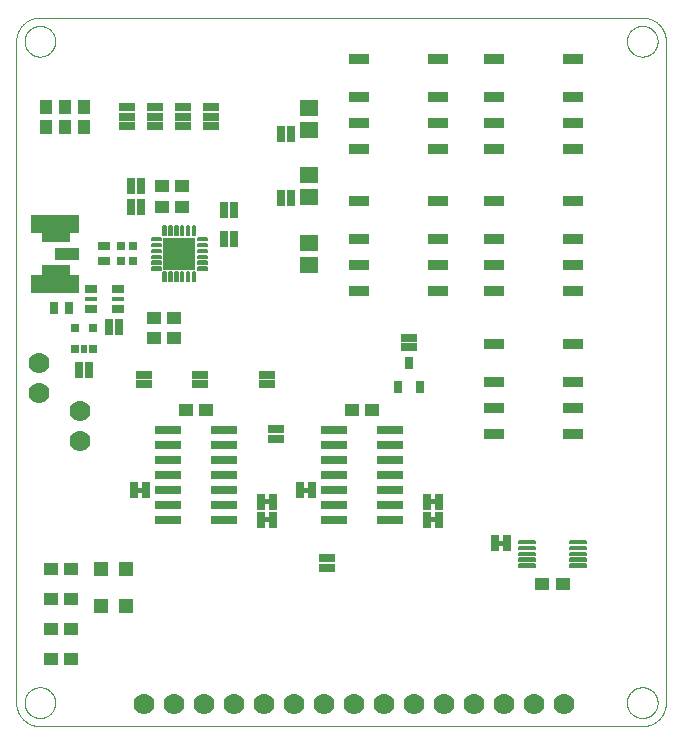
<source format=gts>
G75*
%MOIN*%
%OFA0B0*%
%FSLAX25Y25*%
%IPPOS*%
%LPD*%
%AMOC8*
5,1,8,0,0,1.08239X$1,22.5*
%
%ADD10C,0.00001*%
%ADD11R,0.04731X0.04337*%
%ADD12R,0.03943X0.03156*%
%ADD13C,0.00655*%
%ADD14R,0.10636X0.10636*%
%ADD15R,0.05400X0.02900*%
%ADD16R,0.02900X0.05400*%
%ADD17R,0.02762X0.02762*%
%ADD18R,0.16400X0.06400*%
%ADD19R,0.08400X0.04400*%
%ADD20R,0.09200X0.03600*%
%ADD21R,0.07100X0.03400*%
%ADD22R,0.06306X0.05518*%
%ADD23C,0.00676*%
%ADD24R,0.09000X0.02600*%
%ADD25C,0.00500*%
%ADD26R,0.04337X0.04731*%
%ADD27C,0.07000*%
%ADD28R,0.05124X0.05124*%
%ADD29R,0.04337X0.01581*%
%ADD30R,0.04337X0.02762*%
%ADD31R,0.01975X0.02762*%
%ADD32R,0.03156X0.03943*%
%ADD33R,0.02900X0.04400*%
D10*
X0105675Y0063549D02*
X0105675Y0284021D01*
X0108431Y0284021D02*
X0108433Y0284164D01*
X0108439Y0284307D01*
X0108449Y0284449D01*
X0108463Y0284591D01*
X0108481Y0284733D01*
X0108503Y0284875D01*
X0108528Y0285015D01*
X0108558Y0285155D01*
X0108592Y0285294D01*
X0108629Y0285432D01*
X0108671Y0285569D01*
X0108716Y0285704D01*
X0108765Y0285838D01*
X0108817Y0285971D01*
X0108873Y0286103D01*
X0108933Y0286232D01*
X0108997Y0286360D01*
X0109064Y0286487D01*
X0109135Y0286611D01*
X0109209Y0286733D01*
X0109286Y0286853D01*
X0109367Y0286971D01*
X0109451Y0287087D01*
X0109538Y0287200D01*
X0109628Y0287311D01*
X0109722Y0287419D01*
X0109818Y0287525D01*
X0109917Y0287627D01*
X0110020Y0287727D01*
X0110124Y0287824D01*
X0110232Y0287919D01*
X0110342Y0288010D01*
X0110455Y0288098D01*
X0110570Y0288182D01*
X0110687Y0288264D01*
X0110807Y0288342D01*
X0110928Y0288417D01*
X0111052Y0288489D01*
X0111178Y0288557D01*
X0111305Y0288621D01*
X0111435Y0288682D01*
X0111566Y0288739D01*
X0111698Y0288793D01*
X0111832Y0288842D01*
X0111967Y0288889D01*
X0112104Y0288931D01*
X0112242Y0288969D01*
X0112380Y0289004D01*
X0112520Y0289034D01*
X0112660Y0289061D01*
X0112801Y0289084D01*
X0112943Y0289103D01*
X0113085Y0289118D01*
X0113228Y0289129D01*
X0113370Y0289136D01*
X0113513Y0289139D01*
X0113656Y0289138D01*
X0113799Y0289133D01*
X0113942Y0289124D01*
X0114084Y0289111D01*
X0114226Y0289094D01*
X0114367Y0289073D01*
X0114508Y0289048D01*
X0114648Y0289020D01*
X0114787Y0288987D01*
X0114925Y0288950D01*
X0115062Y0288910D01*
X0115198Y0288866D01*
X0115333Y0288818D01*
X0115466Y0288766D01*
X0115598Y0288711D01*
X0115728Y0288652D01*
X0115857Y0288589D01*
X0115983Y0288523D01*
X0116108Y0288453D01*
X0116231Y0288380D01*
X0116351Y0288304D01*
X0116470Y0288224D01*
X0116586Y0288140D01*
X0116700Y0288054D01*
X0116811Y0287964D01*
X0116920Y0287872D01*
X0117026Y0287776D01*
X0117130Y0287678D01*
X0117231Y0287576D01*
X0117328Y0287472D01*
X0117423Y0287365D01*
X0117515Y0287256D01*
X0117604Y0287144D01*
X0117690Y0287029D01*
X0117772Y0286913D01*
X0117851Y0286793D01*
X0117927Y0286672D01*
X0117999Y0286549D01*
X0118068Y0286424D01*
X0118133Y0286297D01*
X0118195Y0286168D01*
X0118253Y0286037D01*
X0118308Y0285905D01*
X0118358Y0285771D01*
X0118405Y0285636D01*
X0118449Y0285500D01*
X0118488Y0285363D01*
X0118523Y0285224D01*
X0118555Y0285085D01*
X0118583Y0284945D01*
X0118607Y0284804D01*
X0118627Y0284662D01*
X0118643Y0284520D01*
X0118655Y0284378D01*
X0118663Y0284235D01*
X0118667Y0284092D01*
X0118667Y0283950D01*
X0118663Y0283807D01*
X0118655Y0283664D01*
X0118643Y0283522D01*
X0118627Y0283380D01*
X0118607Y0283238D01*
X0118583Y0283097D01*
X0118555Y0282957D01*
X0118523Y0282818D01*
X0118488Y0282679D01*
X0118449Y0282542D01*
X0118405Y0282406D01*
X0118358Y0282271D01*
X0118308Y0282137D01*
X0118253Y0282005D01*
X0118195Y0281874D01*
X0118133Y0281745D01*
X0118068Y0281618D01*
X0117999Y0281493D01*
X0117927Y0281370D01*
X0117851Y0281249D01*
X0117772Y0281129D01*
X0117690Y0281013D01*
X0117604Y0280898D01*
X0117515Y0280786D01*
X0117423Y0280677D01*
X0117328Y0280570D01*
X0117231Y0280466D01*
X0117130Y0280364D01*
X0117026Y0280266D01*
X0116920Y0280170D01*
X0116811Y0280078D01*
X0116700Y0279988D01*
X0116586Y0279902D01*
X0116470Y0279818D01*
X0116351Y0279738D01*
X0116231Y0279662D01*
X0116108Y0279589D01*
X0115983Y0279519D01*
X0115857Y0279453D01*
X0115728Y0279390D01*
X0115598Y0279331D01*
X0115466Y0279276D01*
X0115333Y0279224D01*
X0115198Y0279176D01*
X0115062Y0279132D01*
X0114925Y0279092D01*
X0114787Y0279055D01*
X0114648Y0279022D01*
X0114508Y0278994D01*
X0114367Y0278969D01*
X0114226Y0278948D01*
X0114084Y0278931D01*
X0113942Y0278918D01*
X0113799Y0278909D01*
X0113656Y0278904D01*
X0113513Y0278903D01*
X0113370Y0278906D01*
X0113228Y0278913D01*
X0113085Y0278924D01*
X0112943Y0278939D01*
X0112801Y0278958D01*
X0112660Y0278981D01*
X0112520Y0279008D01*
X0112380Y0279038D01*
X0112242Y0279073D01*
X0112104Y0279111D01*
X0111967Y0279153D01*
X0111832Y0279200D01*
X0111698Y0279249D01*
X0111566Y0279303D01*
X0111435Y0279360D01*
X0111305Y0279421D01*
X0111178Y0279485D01*
X0111052Y0279553D01*
X0110928Y0279625D01*
X0110807Y0279700D01*
X0110687Y0279778D01*
X0110570Y0279860D01*
X0110455Y0279944D01*
X0110342Y0280032D01*
X0110232Y0280123D01*
X0110124Y0280218D01*
X0110020Y0280315D01*
X0109917Y0280415D01*
X0109818Y0280517D01*
X0109722Y0280623D01*
X0109628Y0280731D01*
X0109538Y0280842D01*
X0109451Y0280955D01*
X0109367Y0281071D01*
X0109286Y0281189D01*
X0109209Y0281309D01*
X0109135Y0281431D01*
X0109064Y0281555D01*
X0108997Y0281682D01*
X0108933Y0281810D01*
X0108873Y0281939D01*
X0108817Y0282071D01*
X0108765Y0282204D01*
X0108716Y0282338D01*
X0108671Y0282473D01*
X0108629Y0282610D01*
X0108592Y0282748D01*
X0108558Y0282887D01*
X0108528Y0283027D01*
X0108503Y0283167D01*
X0108481Y0283309D01*
X0108463Y0283451D01*
X0108449Y0283593D01*
X0108439Y0283735D01*
X0108433Y0283878D01*
X0108431Y0284021D01*
X0105675Y0284021D02*
X0105677Y0284211D01*
X0105684Y0284401D01*
X0105696Y0284591D01*
X0105712Y0284781D01*
X0105732Y0284970D01*
X0105758Y0285159D01*
X0105787Y0285347D01*
X0105822Y0285534D01*
X0105861Y0285720D01*
X0105904Y0285905D01*
X0105952Y0286090D01*
X0106004Y0286273D01*
X0106060Y0286454D01*
X0106121Y0286634D01*
X0106187Y0286813D01*
X0106256Y0286990D01*
X0106330Y0287166D01*
X0106408Y0287339D01*
X0106491Y0287511D01*
X0106577Y0287680D01*
X0106667Y0287848D01*
X0106762Y0288013D01*
X0106860Y0288176D01*
X0106963Y0288336D01*
X0107069Y0288494D01*
X0107179Y0288649D01*
X0107292Y0288802D01*
X0107410Y0288952D01*
X0107531Y0289098D01*
X0107655Y0289242D01*
X0107783Y0289383D01*
X0107914Y0289521D01*
X0108049Y0289656D01*
X0108187Y0289787D01*
X0108328Y0289915D01*
X0108472Y0290039D01*
X0108618Y0290160D01*
X0108768Y0290278D01*
X0108921Y0290391D01*
X0109076Y0290501D01*
X0109234Y0290607D01*
X0109394Y0290710D01*
X0109557Y0290808D01*
X0109722Y0290903D01*
X0109890Y0290993D01*
X0110059Y0291079D01*
X0110231Y0291162D01*
X0110404Y0291240D01*
X0110580Y0291314D01*
X0110757Y0291383D01*
X0110936Y0291449D01*
X0111116Y0291510D01*
X0111297Y0291566D01*
X0111480Y0291618D01*
X0111665Y0291666D01*
X0111850Y0291709D01*
X0112036Y0291748D01*
X0112223Y0291783D01*
X0112411Y0291812D01*
X0112600Y0291838D01*
X0112789Y0291858D01*
X0112979Y0291874D01*
X0113169Y0291886D01*
X0113359Y0291893D01*
X0113549Y0291895D01*
X0314336Y0291895D01*
X0309218Y0284021D02*
X0309220Y0284164D01*
X0309226Y0284307D01*
X0309236Y0284449D01*
X0309250Y0284591D01*
X0309268Y0284733D01*
X0309290Y0284875D01*
X0309315Y0285015D01*
X0309345Y0285155D01*
X0309379Y0285294D01*
X0309416Y0285432D01*
X0309458Y0285569D01*
X0309503Y0285704D01*
X0309552Y0285838D01*
X0309604Y0285971D01*
X0309660Y0286103D01*
X0309720Y0286232D01*
X0309784Y0286360D01*
X0309851Y0286487D01*
X0309922Y0286611D01*
X0309996Y0286733D01*
X0310073Y0286853D01*
X0310154Y0286971D01*
X0310238Y0287087D01*
X0310325Y0287200D01*
X0310415Y0287311D01*
X0310509Y0287419D01*
X0310605Y0287525D01*
X0310704Y0287627D01*
X0310807Y0287727D01*
X0310911Y0287824D01*
X0311019Y0287919D01*
X0311129Y0288010D01*
X0311242Y0288098D01*
X0311357Y0288182D01*
X0311474Y0288264D01*
X0311594Y0288342D01*
X0311715Y0288417D01*
X0311839Y0288489D01*
X0311965Y0288557D01*
X0312092Y0288621D01*
X0312222Y0288682D01*
X0312353Y0288739D01*
X0312485Y0288793D01*
X0312619Y0288842D01*
X0312754Y0288889D01*
X0312891Y0288931D01*
X0313029Y0288969D01*
X0313167Y0289004D01*
X0313307Y0289034D01*
X0313447Y0289061D01*
X0313588Y0289084D01*
X0313730Y0289103D01*
X0313872Y0289118D01*
X0314015Y0289129D01*
X0314157Y0289136D01*
X0314300Y0289139D01*
X0314443Y0289138D01*
X0314586Y0289133D01*
X0314729Y0289124D01*
X0314871Y0289111D01*
X0315013Y0289094D01*
X0315154Y0289073D01*
X0315295Y0289048D01*
X0315435Y0289020D01*
X0315574Y0288987D01*
X0315712Y0288950D01*
X0315849Y0288910D01*
X0315985Y0288866D01*
X0316120Y0288818D01*
X0316253Y0288766D01*
X0316385Y0288711D01*
X0316515Y0288652D01*
X0316644Y0288589D01*
X0316770Y0288523D01*
X0316895Y0288453D01*
X0317018Y0288380D01*
X0317138Y0288304D01*
X0317257Y0288224D01*
X0317373Y0288140D01*
X0317487Y0288054D01*
X0317598Y0287964D01*
X0317707Y0287872D01*
X0317813Y0287776D01*
X0317917Y0287678D01*
X0318018Y0287576D01*
X0318115Y0287472D01*
X0318210Y0287365D01*
X0318302Y0287256D01*
X0318391Y0287144D01*
X0318477Y0287029D01*
X0318559Y0286913D01*
X0318638Y0286793D01*
X0318714Y0286672D01*
X0318786Y0286549D01*
X0318855Y0286424D01*
X0318920Y0286297D01*
X0318982Y0286168D01*
X0319040Y0286037D01*
X0319095Y0285905D01*
X0319145Y0285771D01*
X0319192Y0285636D01*
X0319236Y0285500D01*
X0319275Y0285363D01*
X0319310Y0285224D01*
X0319342Y0285085D01*
X0319370Y0284945D01*
X0319394Y0284804D01*
X0319414Y0284662D01*
X0319430Y0284520D01*
X0319442Y0284378D01*
X0319450Y0284235D01*
X0319454Y0284092D01*
X0319454Y0283950D01*
X0319450Y0283807D01*
X0319442Y0283664D01*
X0319430Y0283522D01*
X0319414Y0283380D01*
X0319394Y0283238D01*
X0319370Y0283097D01*
X0319342Y0282957D01*
X0319310Y0282818D01*
X0319275Y0282679D01*
X0319236Y0282542D01*
X0319192Y0282406D01*
X0319145Y0282271D01*
X0319095Y0282137D01*
X0319040Y0282005D01*
X0318982Y0281874D01*
X0318920Y0281745D01*
X0318855Y0281618D01*
X0318786Y0281493D01*
X0318714Y0281370D01*
X0318638Y0281249D01*
X0318559Y0281129D01*
X0318477Y0281013D01*
X0318391Y0280898D01*
X0318302Y0280786D01*
X0318210Y0280677D01*
X0318115Y0280570D01*
X0318018Y0280466D01*
X0317917Y0280364D01*
X0317813Y0280266D01*
X0317707Y0280170D01*
X0317598Y0280078D01*
X0317487Y0279988D01*
X0317373Y0279902D01*
X0317257Y0279818D01*
X0317138Y0279738D01*
X0317018Y0279662D01*
X0316895Y0279589D01*
X0316770Y0279519D01*
X0316644Y0279453D01*
X0316515Y0279390D01*
X0316385Y0279331D01*
X0316253Y0279276D01*
X0316120Y0279224D01*
X0315985Y0279176D01*
X0315849Y0279132D01*
X0315712Y0279092D01*
X0315574Y0279055D01*
X0315435Y0279022D01*
X0315295Y0278994D01*
X0315154Y0278969D01*
X0315013Y0278948D01*
X0314871Y0278931D01*
X0314729Y0278918D01*
X0314586Y0278909D01*
X0314443Y0278904D01*
X0314300Y0278903D01*
X0314157Y0278906D01*
X0314015Y0278913D01*
X0313872Y0278924D01*
X0313730Y0278939D01*
X0313588Y0278958D01*
X0313447Y0278981D01*
X0313307Y0279008D01*
X0313167Y0279038D01*
X0313029Y0279073D01*
X0312891Y0279111D01*
X0312754Y0279153D01*
X0312619Y0279200D01*
X0312485Y0279249D01*
X0312353Y0279303D01*
X0312222Y0279360D01*
X0312092Y0279421D01*
X0311965Y0279485D01*
X0311839Y0279553D01*
X0311715Y0279625D01*
X0311594Y0279700D01*
X0311474Y0279778D01*
X0311357Y0279860D01*
X0311242Y0279944D01*
X0311129Y0280032D01*
X0311019Y0280123D01*
X0310911Y0280218D01*
X0310807Y0280315D01*
X0310704Y0280415D01*
X0310605Y0280517D01*
X0310509Y0280623D01*
X0310415Y0280731D01*
X0310325Y0280842D01*
X0310238Y0280955D01*
X0310154Y0281071D01*
X0310073Y0281189D01*
X0309996Y0281309D01*
X0309922Y0281431D01*
X0309851Y0281555D01*
X0309784Y0281682D01*
X0309720Y0281810D01*
X0309660Y0281939D01*
X0309604Y0282071D01*
X0309552Y0282204D01*
X0309503Y0282338D01*
X0309458Y0282473D01*
X0309416Y0282610D01*
X0309379Y0282748D01*
X0309345Y0282887D01*
X0309315Y0283027D01*
X0309290Y0283167D01*
X0309268Y0283309D01*
X0309250Y0283451D01*
X0309236Y0283593D01*
X0309226Y0283735D01*
X0309220Y0283878D01*
X0309218Y0284021D01*
X0314336Y0291895D02*
X0314526Y0291893D01*
X0314716Y0291886D01*
X0314906Y0291874D01*
X0315096Y0291858D01*
X0315285Y0291838D01*
X0315474Y0291812D01*
X0315662Y0291783D01*
X0315849Y0291748D01*
X0316035Y0291709D01*
X0316220Y0291666D01*
X0316405Y0291618D01*
X0316588Y0291566D01*
X0316769Y0291510D01*
X0316949Y0291449D01*
X0317128Y0291383D01*
X0317305Y0291314D01*
X0317481Y0291240D01*
X0317654Y0291162D01*
X0317826Y0291079D01*
X0317995Y0290993D01*
X0318163Y0290903D01*
X0318328Y0290808D01*
X0318491Y0290710D01*
X0318651Y0290607D01*
X0318809Y0290501D01*
X0318964Y0290391D01*
X0319117Y0290278D01*
X0319267Y0290160D01*
X0319413Y0290039D01*
X0319557Y0289915D01*
X0319698Y0289787D01*
X0319836Y0289656D01*
X0319971Y0289521D01*
X0320102Y0289383D01*
X0320230Y0289242D01*
X0320354Y0289098D01*
X0320475Y0288952D01*
X0320593Y0288802D01*
X0320706Y0288649D01*
X0320816Y0288494D01*
X0320922Y0288336D01*
X0321025Y0288176D01*
X0321123Y0288013D01*
X0321218Y0287848D01*
X0321308Y0287680D01*
X0321394Y0287511D01*
X0321477Y0287339D01*
X0321555Y0287166D01*
X0321629Y0286990D01*
X0321698Y0286813D01*
X0321764Y0286634D01*
X0321825Y0286454D01*
X0321881Y0286273D01*
X0321933Y0286090D01*
X0321981Y0285905D01*
X0322024Y0285720D01*
X0322063Y0285534D01*
X0322098Y0285347D01*
X0322127Y0285159D01*
X0322153Y0284970D01*
X0322173Y0284781D01*
X0322189Y0284591D01*
X0322201Y0284401D01*
X0322208Y0284211D01*
X0322210Y0284021D01*
X0322210Y0063549D01*
X0309218Y0063549D02*
X0309220Y0063692D01*
X0309226Y0063835D01*
X0309236Y0063977D01*
X0309250Y0064119D01*
X0309268Y0064261D01*
X0309290Y0064403D01*
X0309315Y0064543D01*
X0309345Y0064683D01*
X0309379Y0064822D01*
X0309416Y0064960D01*
X0309458Y0065097D01*
X0309503Y0065232D01*
X0309552Y0065366D01*
X0309604Y0065499D01*
X0309660Y0065631D01*
X0309720Y0065760D01*
X0309784Y0065888D01*
X0309851Y0066015D01*
X0309922Y0066139D01*
X0309996Y0066261D01*
X0310073Y0066381D01*
X0310154Y0066499D01*
X0310238Y0066615D01*
X0310325Y0066728D01*
X0310415Y0066839D01*
X0310509Y0066947D01*
X0310605Y0067053D01*
X0310704Y0067155D01*
X0310807Y0067255D01*
X0310911Y0067352D01*
X0311019Y0067447D01*
X0311129Y0067538D01*
X0311242Y0067626D01*
X0311357Y0067710D01*
X0311474Y0067792D01*
X0311594Y0067870D01*
X0311715Y0067945D01*
X0311839Y0068017D01*
X0311965Y0068085D01*
X0312092Y0068149D01*
X0312222Y0068210D01*
X0312353Y0068267D01*
X0312485Y0068321D01*
X0312619Y0068370D01*
X0312754Y0068417D01*
X0312891Y0068459D01*
X0313029Y0068497D01*
X0313167Y0068532D01*
X0313307Y0068562D01*
X0313447Y0068589D01*
X0313588Y0068612D01*
X0313730Y0068631D01*
X0313872Y0068646D01*
X0314015Y0068657D01*
X0314157Y0068664D01*
X0314300Y0068667D01*
X0314443Y0068666D01*
X0314586Y0068661D01*
X0314729Y0068652D01*
X0314871Y0068639D01*
X0315013Y0068622D01*
X0315154Y0068601D01*
X0315295Y0068576D01*
X0315435Y0068548D01*
X0315574Y0068515D01*
X0315712Y0068478D01*
X0315849Y0068438D01*
X0315985Y0068394D01*
X0316120Y0068346D01*
X0316253Y0068294D01*
X0316385Y0068239D01*
X0316515Y0068180D01*
X0316644Y0068117D01*
X0316770Y0068051D01*
X0316895Y0067981D01*
X0317018Y0067908D01*
X0317138Y0067832D01*
X0317257Y0067752D01*
X0317373Y0067668D01*
X0317487Y0067582D01*
X0317598Y0067492D01*
X0317707Y0067400D01*
X0317813Y0067304D01*
X0317917Y0067206D01*
X0318018Y0067104D01*
X0318115Y0067000D01*
X0318210Y0066893D01*
X0318302Y0066784D01*
X0318391Y0066672D01*
X0318477Y0066557D01*
X0318559Y0066441D01*
X0318638Y0066321D01*
X0318714Y0066200D01*
X0318786Y0066077D01*
X0318855Y0065952D01*
X0318920Y0065825D01*
X0318982Y0065696D01*
X0319040Y0065565D01*
X0319095Y0065433D01*
X0319145Y0065299D01*
X0319192Y0065164D01*
X0319236Y0065028D01*
X0319275Y0064891D01*
X0319310Y0064752D01*
X0319342Y0064613D01*
X0319370Y0064473D01*
X0319394Y0064332D01*
X0319414Y0064190D01*
X0319430Y0064048D01*
X0319442Y0063906D01*
X0319450Y0063763D01*
X0319454Y0063620D01*
X0319454Y0063478D01*
X0319450Y0063335D01*
X0319442Y0063192D01*
X0319430Y0063050D01*
X0319414Y0062908D01*
X0319394Y0062766D01*
X0319370Y0062625D01*
X0319342Y0062485D01*
X0319310Y0062346D01*
X0319275Y0062207D01*
X0319236Y0062070D01*
X0319192Y0061934D01*
X0319145Y0061799D01*
X0319095Y0061665D01*
X0319040Y0061533D01*
X0318982Y0061402D01*
X0318920Y0061273D01*
X0318855Y0061146D01*
X0318786Y0061021D01*
X0318714Y0060898D01*
X0318638Y0060777D01*
X0318559Y0060657D01*
X0318477Y0060541D01*
X0318391Y0060426D01*
X0318302Y0060314D01*
X0318210Y0060205D01*
X0318115Y0060098D01*
X0318018Y0059994D01*
X0317917Y0059892D01*
X0317813Y0059794D01*
X0317707Y0059698D01*
X0317598Y0059606D01*
X0317487Y0059516D01*
X0317373Y0059430D01*
X0317257Y0059346D01*
X0317138Y0059266D01*
X0317018Y0059190D01*
X0316895Y0059117D01*
X0316770Y0059047D01*
X0316644Y0058981D01*
X0316515Y0058918D01*
X0316385Y0058859D01*
X0316253Y0058804D01*
X0316120Y0058752D01*
X0315985Y0058704D01*
X0315849Y0058660D01*
X0315712Y0058620D01*
X0315574Y0058583D01*
X0315435Y0058550D01*
X0315295Y0058522D01*
X0315154Y0058497D01*
X0315013Y0058476D01*
X0314871Y0058459D01*
X0314729Y0058446D01*
X0314586Y0058437D01*
X0314443Y0058432D01*
X0314300Y0058431D01*
X0314157Y0058434D01*
X0314015Y0058441D01*
X0313872Y0058452D01*
X0313730Y0058467D01*
X0313588Y0058486D01*
X0313447Y0058509D01*
X0313307Y0058536D01*
X0313167Y0058566D01*
X0313029Y0058601D01*
X0312891Y0058639D01*
X0312754Y0058681D01*
X0312619Y0058728D01*
X0312485Y0058777D01*
X0312353Y0058831D01*
X0312222Y0058888D01*
X0312092Y0058949D01*
X0311965Y0059013D01*
X0311839Y0059081D01*
X0311715Y0059153D01*
X0311594Y0059228D01*
X0311474Y0059306D01*
X0311357Y0059388D01*
X0311242Y0059472D01*
X0311129Y0059560D01*
X0311019Y0059651D01*
X0310911Y0059746D01*
X0310807Y0059843D01*
X0310704Y0059943D01*
X0310605Y0060045D01*
X0310509Y0060151D01*
X0310415Y0060259D01*
X0310325Y0060370D01*
X0310238Y0060483D01*
X0310154Y0060599D01*
X0310073Y0060717D01*
X0309996Y0060837D01*
X0309922Y0060959D01*
X0309851Y0061083D01*
X0309784Y0061210D01*
X0309720Y0061338D01*
X0309660Y0061467D01*
X0309604Y0061599D01*
X0309552Y0061732D01*
X0309503Y0061866D01*
X0309458Y0062001D01*
X0309416Y0062138D01*
X0309379Y0062276D01*
X0309345Y0062415D01*
X0309315Y0062555D01*
X0309290Y0062695D01*
X0309268Y0062837D01*
X0309250Y0062979D01*
X0309236Y0063121D01*
X0309226Y0063263D01*
X0309220Y0063406D01*
X0309218Y0063549D01*
X0314336Y0055675D02*
X0314526Y0055677D01*
X0314716Y0055684D01*
X0314906Y0055696D01*
X0315096Y0055712D01*
X0315285Y0055732D01*
X0315474Y0055758D01*
X0315662Y0055787D01*
X0315849Y0055822D01*
X0316035Y0055861D01*
X0316220Y0055904D01*
X0316405Y0055952D01*
X0316588Y0056004D01*
X0316769Y0056060D01*
X0316949Y0056121D01*
X0317128Y0056187D01*
X0317305Y0056256D01*
X0317481Y0056330D01*
X0317654Y0056408D01*
X0317826Y0056491D01*
X0317995Y0056577D01*
X0318163Y0056667D01*
X0318328Y0056762D01*
X0318491Y0056860D01*
X0318651Y0056963D01*
X0318809Y0057069D01*
X0318964Y0057179D01*
X0319117Y0057292D01*
X0319267Y0057410D01*
X0319413Y0057531D01*
X0319557Y0057655D01*
X0319698Y0057783D01*
X0319836Y0057914D01*
X0319971Y0058049D01*
X0320102Y0058187D01*
X0320230Y0058328D01*
X0320354Y0058472D01*
X0320475Y0058618D01*
X0320593Y0058768D01*
X0320706Y0058921D01*
X0320816Y0059076D01*
X0320922Y0059234D01*
X0321025Y0059394D01*
X0321123Y0059557D01*
X0321218Y0059722D01*
X0321308Y0059890D01*
X0321394Y0060059D01*
X0321477Y0060231D01*
X0321555Y0060404D01*
X0321629Y0060580D01*
X0321698Y0060757D01*
X0321764Y0060936D01*
X0321825Y0061116D01*
X0321881Y0061297D01*
X0321933Y0061480D01*
X0321981Y0061665D01*
X0322024Y0061850D01*
X0322063Y0062036D01*
X0322098Y0062223D01*
X0322127Y0062411D01*
X0322153Y0062600D01*
X0322173Y0062789D01*
X0322189Y0062979D01*
X0322201Y0063169D01*
X0322208Y0063359D01*
X0322210Y0063549D01*
X0314336Y0055675D02*
X0113549Y0055675D01*
X0108431Y0063549D02*
X0108433Y0063692D01*
X0108439Y0063835D01*
X0108449Y0063977D01*
X0108463Y0064119D01*
X0108481Y0064261D01*
X0108503Y0064403D01*
X0108528Y0064543D01*
X0108558Y0064683D01*
X0108592Y0064822D01*
X0108629Y0064960D01*
X0108671Y0065097D01*
X0108716Y0065232D01*
X0108765Y0065366D01*
X0108817Y0065499D01*
X0108873Y0065631D01*
X0108933Y0065760D01*
X0108997Y0065888D01*
X0109064Y0066015D01*
X0109135Y0066139D01*
X0109209Y0066261D01*
X0109286Y0066381D01*
X0109367Y0066499D01*
X0109451Y0066615D01*
X0109538Y0066728D01*
X0109628Y0066839D01*
X0109722Y0066947D01*
X0109818Y0067053D01*
X0109917Y0067155D01*
X0110020Y0067255D01*
X0110124Y0067352D01*
X0110232Y0067447D01*
X0110342Y0067538D01*
X0110455Y0067626D01*
X0110570Y0067710D01*
X0110687Y0067792D01*
X0110807Y0067870D01*
X0110928Y0067945D01*
X0111052Y0068017D01*
X0111178Y0068085D01*
X0111305Y0068149D01*
X0111435Y0068210D01*
X0111566Y0068267D01*
X0111698Y0068321D01*
X0111832Y0068370D01*
X0111967Y0068417D01*
X0112104Y0068459D01*
X0112242Y0068497D01*
X0112380Y0068532D01*
X0112520Y0068562D01*
X0112660Y0068589D01*
X0112801Y0068612D01*
X0112943Y0068631D01*
X0113085Y0068646D01*
X0113228Y0068657D01*
X0113370Y0068664D01*
X0113513Y0068667D01*
X0113656Y0068666D01*
X0113799Y0068661D01*
X0113942Y0068652D01*
X0114084Y0068639D01*
X0114226Y0068622D01*
X0114367Y0068601D01*
X0114508Y0068576D01*
X0114648Y0068548D01*
X0114787Y0068515D01*
X0114925Y0068478D01*
X0115062Y0068438D01*
X0115198Y0068394D01*
X0115333Y0068346D01*
X0115466Y0068294D01*
X0115598Y0068239D01*
X0115728Y0068180D01*
X0115857Y0068117D01*
X0115983Y0068051D01*
X0116108Y0067981D01*
X0116231Y0067908D01*
X0116351Y0067832D01*
X0116470Y0067752D01*
X0116586Y0067668D01*
X0116700Y0067582D01*
X0116811Y0067492D01*
X0116920Y0067400D01*
X0117026Y0067304D01*
X0117130Y0067206D01*
X0117231Y0067104D01*
X0117328Y0067000D01*
X0117423Y0066893D01*
X0117515Y0066784D01*
X0117604Y0066672D01*
X0117690Y0066557D01*
X0117772Y0066441D01*
X0117851Y0066321D01*
X0117927Y0066200D01*
X0117999Y0066077D01*
X0118068Y0065952D01*
X0118133Y0065825D01*
X0118195Y0065696D01*
X0118253Y0065565D01*
X0118308Y0065433D01*
X0118358Y0065299D01*
X0118405Y0065164D01*
X0118449Y0065028D01*
X0118488Y0064891D01*
X0118523Y0064752D01*
X0118555Y0064613D01*
X0118583Y0064473D01*
X0118607Y0064332D01*
X0118627Y0064190D01*
X0118643Y0064048D01*
X0118655Y0063906D01*
X0118663Y0063763D01*
X0118667Y0063620D01*
X0118667Y0063478D01*
X0118663Y0063335D01*
X0118655Y0063192D01*
X0118643Y0063050D01*
X0118627Y0062908D01*
X0118607Y0062766D01*
X0118583Y0062625D01*
X0118555Y0062485D01*
X0118523Y0062346D01*
X0118488Y0062207D01*
X0118449Y0062070D01*
X0118405Y0061934D01*
X0118358Y0061799D01*
X0118308Y0061665D01*
X0118253Y0061533D01*
X0118195Y0061402D01*
X0118133Y0061273D01*
X0118068Y0061146D01*
X0117999Y0061021D01*
X0117927Y0060898D01*
X0117851Y0060777D01*
X0117772Y0060657D01*
X0117690Y0060541D01*
X0117604Y0060426D01*
X0117515Y0060314D01*
X0117423Y0060205D01*
X0117328Y0060098D01*
X0117231Y0059994D01*
X0117130Y0059892D01*
X0117026Y0059794D01*
X0116920Y0059698D01*
X0116811Y0059606D01*
X0116700Y0059516D01*
X0116586Y0059430D01*
X0116470Y0059346D01*
X0116351Y0059266D01*
X0116231Y0059190D01*
X0116108Y0059117D01*
X0115983Y0059047D01*
X0115857Y0058981D01*
X0115728Y0058918D01*
X0115598Y0058859D01*
X0115466Y0058804D01*
X0115333Y0058752D01*
X0115198Y0058704D01*
X0115062Y0058660D01*
X0114925Y0058620D01*
X0114787Y0058583D01*
X0114648Y0058550D01*
X0114508Y0058522D01*
X0114367Y0058497D01*
X0114226Y0058476D01*
X0114084Y0058459D01*
X0113942Y0058446D01*
X0113799Y0058437D01*
X0113656Y0058432D01*
X0113513Y0058431D01*
X0113370Y0058434D01*
X0113228Y0058441D01*
X0113085Y0058452D01*
X0112943Y0058467D01*
X0112801Y0058486D01*
X0112660Y0058509D01*
X0112520Y0058536D01*
X0112380Y0058566D01*
X0112242Y0058601D01*
X0112104Y0058639D01*
X0111967Y0058681D01*
X0111832Y0058728D01*
X0111698Y0058777D01*
X0111566Y0058831D01*
X0111435Y0058888D01*
X0111305Y0058949D01*
X0111178Y0059013D01*
X0111052Y0059081D01*
X0110928Y0059153D01*
X0110807Y0059228D01*
X0110687Y0059306D01*
X0110570Y0059388D01*
X0110455Y0059472D01*
X0110342Y0059560D01*
X0110232Y0059651D01*
X0110124Y0059746D01*
X0110020Y0059843D01*
X0109917Y0059943D01*
X0109818Y0060045D01*
X0109722Y0060151D01*
X0109628Y0060259D01*
X0109538Y0060370D01*
X0109451Y0060483D01*
X0109367Y0060599D01*
X0109286Y0060717D01*
X0109209Y0060837D01*
X0109135Y0060959D01*
X0109064Y0061083D01*
X0108997Y0061210D01*
X0108933Y0061338D01*
X0108873Y0061467D01*
X0108817Y0061599D01*
X0108765Y0061732D01*
X0108716Y0061866D01*
X0108671Y0062001D01*
X0108629Y0062138D01*
X0108592Y0062276D01*
X0108558Y0062415D01*
X0108528Y0062555D01*
X0108503Y0062695D01*
X0108481Y0062837D01*
X0108463Y0062979D01*
X0108449Y0063121D01*
X0108439Y0063263D01*
X0108433Y0063406D01*
X0108431Y0063549D01*
X0105675Y0063549D02*
X0105677Y0063359D01*
X0105684Y0063169D01*
X0105696Y0062979D01*
X0105712Y0062789D01*
X0105732Y0062600D01*
X0105758Y0062411D01*
X0105787Y0062223D01*
X0105822Y0062036D01*
X0105861Y0061850D01*
X0105904Y0061665D01*
X0105952Y0061480D01*
X0106004Y0061297D01*
X0106060Y0061116D01*
X0106121Y0060936D01*
X0106187Y0060757D01*
X0106256Y0060580D01*
X0106330Y0060404D01*
X0106408Y0060231D01*
X0106491Y0060059D01*
X0106577Y0059890D01*
X0106667Y0059722D01*
X0106762Y0059557D01*
X0106860Y0059394D01*
X0106963Y0059234D01*
X0107069Y0059076D01*
X0107179Y0058921D01*
X0107292Y0058768D01*
X0107410Y0058618D01*
X0107531Y0058472D01*
X0107655Y0058328D01*
X0107783Y0058187D01*
X0107914Y0058049D01*
X0108049Y0057914D01*
X0108187Y0057783D01*
X0108328Y0057655D01*
X0108472Y0057531D01*
X0108618Y0057410D01*
X0108768Y0057292D01*
X0108921Y0057179D01*
X0109076Y0057069D01*
X0109234Y0056963D01*
X0109394Y0056860D01*
X0109557Y0056762D01*
X0109722Y0056667D01*
X0109890Y0056577D01*
X0110059Y0056491D01*
X0110231Y0056408D01*
X0110404Y0056330D01*
X0110580Y0056256D01*
X0110757Y0056187D01*
X0110936Y0056121D01*
X0111116Y0056060D01*
X0111297Y0056004D01*
X0111480Y0055952D01*
X0111665Y0055904D01*
X0111850Y0055861D01*
X0112036Y0055822D01*
X0112223Y0055787D01*
X0112411Y0055758D01*
X0112600Y0055732D01*
X0112789Y0055712D01*
X0112979Y0055696D01*
X0113169Y0055684D01*
X0113359Y0055677D01*
X0113549Y0055675D01*
D11*
X0117329Y0078175D03*
X0124021Y0078175D03*
X0124021Y0088175D03*
X0117329Y0088175D03*
X0117329Y0098175D03*
X0124021Y0098175D03*
X0124021Y0108175D03*
X0117329Y0108175D03*
X0162368Y0160990D03*
X0169061Y0160990D03*
X0158396Y0185050D03*
X0151704Y0185050D03*
X0151704Y0191925D03*
X0158396Y0191925D03*
X0160896Y0228800D03*
X0154204Y0228800D03*
X0154204Y0235675D03*
X0160896Y0235675D03*
X0217486Y0160990D03*
X0224179Y0160990D03*
X0281079Y0103175D03*
X0287771Y0103175D03*
D12*
X0135050Y0210616D03*
X0135050Y0215734D03*
D13*
X0150906Y0216513D02*
X0153840Y0216513D01*
X0153840Y0215743D01*
X0150906Y0215743D01*
X0150906Y0216513D01*
X0150906Y0216365D02*
X0153840Y0216365D01*
X0153840Y0218481D02*
X0150906Y0218481D01*
X0153840Y0218481D02*
X0153840Y0217711D01*
X0150906Y0217711D01*
X0150906Y0218481D01*
X0150906Y0218333D02*
X0153840Y0218333D01*
X0154744Y0219385D02*
X0154744Y0222319D01*
X0155514Y0222319D01*
X0155514Y0219385D01*
X0154744Y0219385D01*
X0154744Y0220007D02*
X0155514Y0220007D01*
X0155514Y0220629D02*
X0154744Y0220629D01*
X0154744Y0221251D02*
X0155514Y0221251D01*
X0155514Y0221873D02*
X0154744Y0221873D01*
X0156712Y0222319D02*
X0156712Y0219385D01*
X0156712Y0222319D02*
X0157482Y0222319D01*
X0157482Y0219385D01*
X0156712Y0219385D01*
X0156712Y0220007D02*
X0157482Y0220007D01*
X0157482Y0220629D02*
X0156712Y0220629D01*
X0156712Y0221251D02*
X0157482Y0221251D01*
X0157482Y0221873D02*
X0156712Y0221873D01*
X0158681Y0222319D02*
X0158681Y0219385D01*
X0158681Y0222319D02*
X0159451Y0222319D01*
X0159451Y0219385D01*
X0158681Y0219385D01*
X0158681Y0220007D02*
X0159451Y0220007D01*
X0159451Y0220629D02*
X0158681Y0220629D01*
X0158681Y0221251D02*
X0159451Y0221251D01*
X0159451Y0221873D02*
X0158681Y0221873D01*
X0160649Y0222319D02*
X0160649Y0219385D01*
X0160649Y0222319D02*
X0161419Y0222319D01*
X0161419Y0219385D01*
X0160649Y0219385D01*
X0160649Y0220007D02*
X0161419Y0220007D01*
X0161419Y0220629D02*
X0160649Y0220629D01*
X0160649Y0221251D02*
X0161419Y0221251D01*
X0161419Y0221873D02*
X0160649Y0221873D01*
X0162618Y0222319D02*
X0162618Y0219385D01*
X0162618Y0222319D02*
X0163388Y0222319D01*
X0163388Y0219385D01*
X0162618Y0219385D01*
X0162618Y0220007D02*
X0163388Y0220007D01*
X0163388Y0220629D02*
X0162618Y0220629D01*
X0162618Y0221251D02*
X0163388Y0221251D01*
X0163388Y0221873D02*
X0162618Y0221873D01*
X0164586Y0222319D02*
X0164586Y0219385D01*
X0164586Y0222319D02*
X0165356Y0222319D01*
X0165356Y0219385D01*
X0164586Y0219385D01*
X0164586Y0220007D02*
X0165356Y0220007D01*
X0165356Y0220629D02*
X0164586Y0220629D01*
X0164586Y0221251D02*
X0165356Y0221251D01*
X0165356Y0221873D02*
X0164586Y0221873D01*
X0166260Y0218481D02*
X0169194Y0218481D01*
X0169194Y0217711D01*
X0166260Y0217711D01*
X0166260Y0218481D01*
X0166260Y0218333D02*
X0169194Y0218333D01*
X0169194Y0216513D02*
X0166260Y0216513D01*
X0169194Y0216513D02*
X0169194Y0215743D01*
X0166260Y0215743D01*
X0166260Y0216513D01*
X0166260Y0216365D02*
X0169194Y0216365D01*
X0169194Y0214544D02*
X0166260Y0214544D01*
X0169194Y0214544D02*
X0169194Y0213774D01*
X0166260Y0213774D01*
X0166260Y0214544D01*
X0166260Y0214396D02*
X0169194Y0214396D01*
X0169194Y0212576D02*
X0166260Y0212576D01*
X0169194Y0212576D02*
X0169194Y0211806D01*
X0166260Y0211806D01*
X0166260Y0212576D01*
X0166260Y0212428D02*
X0169194Y0212428D01*
X0169194Y0210607D02*
X0166260Y0210607D01*
X0169194Y0210607D02*
X0169194Y0209837D01*
X0166260Y0209837D01*
X0166260Y0210607D01*
X0166260Y0210459D02*
X0169194Y0210459D01*
X0169194Y0208639D02*
X0166260Y0208639D01*
X0169194Y0208639D02*
X0169194Y0207869D01*
X0166260Y0207869D01*
X0166260Y0208639D01*
X0166260Y0208491D02*
X0169194Y0208491D01*
X0164586Y0206965D02*
X0164586Y0204031D01*
X0164586Y0206965D02*
X0165356Y0206965D01*
X0165356Y0204031D01*
X0164586Y0204031D01*
X0164586Y0204653D02*
X0165356Y0204653D01*
X0165356Y0205275D02*
X0164586Y0205275D01*
X0164586Y0205897D02*
X0165356Y0205897D01*
X0165356Y0206519D02*
X0164586Y0206519D01*
X0162618Y0206965D02*
X0162618Y0204031D01*
X0162618Y0206965D02*
X0163388Y0206965D01*
X0163388Y0204031D01*
X0162618Y0204031D01*
X0162618Y0204653D02*
X0163388Y0204653D01*
X0163388Y0205275D02*
X0162618Y0205275D01*
X0162618Y0205897D02*
X0163388Y0205897D01*
X0163388Y0206519D02*
X0162618Y0206519D01*
X0160649Y0206965D02*
X0160649Y0204031D01*
X0160649Y0206965D02*
X0161419Y0206965D01*
X0161419Y0204031D01*
X0160649Y0204031D01*
X0160649Y0204653D02*
X0161419Y0204653D01*
X0161419Y0205275D02*
X0160649Y0205275D01*
X0160649Y0205897D02*
X0161419Y0205897D01*
X0161419Y0206519D02*
X0160649Y0206519D01*
X0158681Y0206965D02*
X0158681Y0204031D01*
X0158681Y0206965D02*
X0159451Y0206965D01*
X0159451Y0204031D01*
X0158681Y0204031D01*
X0158681Y0204653D02*
X0159451Y0204653D01*
X0159451Y0205275D02*
X0158681Y0205275D01*
X0158681Y0205897D02*
X0159451Y0205897D01*
X0159451Y0206519D02*
X0158681Y0206519D01*
X0156712Y0206965D02*
X0156712Y0204031D01*
X0156712Y0206965D02*
X0157482Y0206965D01*
X0157482Y0204031D01*
X0156712Y0204031D01*
X0156712Y0204653D02*
X0157482Y0204653D01*
X0157482Y0205275D02*
X0156712Y0205275D01*
X0156712Y0205897D02*
X0157482Y0205897D01*
X0157482Y0206519D02*
X0156712Y0206519D01*
X0154744Y0206965D02*
X0154744Y0204031D01*
X0154744Y0206965D02*
X0155514Y0206965D01*
X0155514Y0204031D01*
X0154744Y0204031D01*
X0154744Y0204653D02*
X0155514Y0204653D01*
X0155514Y0205275D02*
X0154744Y0205275D01*
X0154744Y0205897D02*
X0155514Y0205897D01*
X0155514Y0206519D02*
X0154744Y0206519D01*
X0153840Y0208639D02*
X0150906Y0208639D01*
X0153840Y0208639D02*
X0153840Y0207869D01*
X0150906Y0207869D01*
X0150906Y0208639D01*
X0150906Y0208491D02*
X0153840Y0208491D01*
X0153840Y0210607D02*
X0150906Y0210607D01*
X0153840Y0210607D02*
X0153840Y0209837D01*
X0150906Y0209837D01*
X0150906Y0210607D01*
X0150906Y0210459D02*
X0153840Y0210459D01*
X0153840Y0212576D02*
X0150906Y0212576D01*
X0153840Y0212576D02*
X0153840Y0211806D01*
X0150906Y0211806D01*
X0150906Y0212576D01*
X0150906Y0212428D02*
X0153840Y0212428D01*
X0153840Y0214544D02*
X0150906Y0214544D01*
X0153840Y0214544D02*
X0153840Y0213774D01*
X0150906Y0213774D01*
X0150906Y0214544D01*
X0150906Y0214396D02*
X0153840Y0214396D01*
D14*
X0160050Y0213175D03*
D15*
X0166925Y0172900D03*
X0166925Y0169700D03*
X0148175Y0169700D03*
X0148175Y0172900D03*
X0189425Y0172900D03*
X0189425Y0169700D03*
X0192289Y0154716D03*
X0192289Y0151516D03*
X0209425Y0111650D03*
X0209425Y0108450D03*
X0236581Y0182028D03*
X0236581Y0185228D03*
X0170675Y0255600D03*
X0170675Y0258800D03*
X0170675Y0262000D03*
X0161300Y0262000D03*
X0161300Y0258800D03*
X0161300Y0255600D03*
X0151925Y0255600D03*
X0151925Y0258800D03*
X0151925Y0262000D03*
X0142550Y0262000D03*
X0142550Y0258800D03*
X0142550Y0255600D03*
D16*
X0144075Y0235675D03*
X0147275Y0235675D03*
X0147275Y0228800D03*
X0144075Y0228800D03*
X0174941Y0227919D03*
X0178141Y0227919D03*
X0178141Y0218077D03*
X0174941Y0218077D03*
X0194075Y0231925D03*
X0197275Y0231925D03*
X0197275Y0253175D03*
X0194075Y0253175D03*
X0139775Y0188800D03*
X0136575Y0188800D03*
X0129775Y0174425D03*
X0126575Y0174425D03*
X0145014Y0134415D03*
X0149014Y0134415D03*
X0187336Y0130478D03*
X0191336Y0130478D03*
X0191336Y0124573D03*
X0187336Y0124573D03*
X0200132Y0134415D03*
X0204132Y0134415D03*
X0242455Y0130478D03*
X0246455Y0130478D03*
X0246455Y0124573D03*
X0242455Y0124573D03*
X0265092Y0116699D03*
X0269092Y0116699D03*
D17*
X0144550Y0210675D03*
X0140550Y0210675D03*
X0140550Y0215675D03*
X0144550Y0215675D03*
X0131128Y0188593D03*
X0125222Y0188593D03*
X0125222Y0181507D03*
X0131128Y0181507D03*
D18*
X0118675Y0203175D03*
X0118675Y0223175D03*
D19*
X0122675Y0213175D03*
D20*
X0118775Y0207681D03*
X0118775Y0218669D03*
D21*
X0219975Y0218075D03*
X0219975Y0209414D03*
X0219975Y0200752D03*
X0246375Y0200752D03*
X0246375Y0209414D03*
X0246375Y0218075D03*
X0246375Y0230675D03*
X0246375Y0248252D03*
X0246375Y0256914D03*
X0246375Y0265575D03*
X0246375Y0278175D03*
X0264975Y0278175D03*
X0264975Y0265575D03*
X0264975Y0256914D03*
X0264975Y0248252D03*
X0264975Y0230675D03*
X0264975Y0218075D03*
X0264975Y0209414D03*
X0264975Y0200752D03*
X0264975Y0183175D03*
X0264975Y0170575D03*
X0264975Y0161914D03*
X0264975Y0153252D03*
X0291375Y0153252D03*
X0291375Y0161914D03*
X0291375Y0170575D03*
X0291375Y0183175D03*
X0291375Y0200752D03*
X0291375Y0209414D03*
X0291375Y0218075D03*
X0291375Y0230675D03*
X0291375Y0248252D03*
X0291375Y0256914D03*
X0291375Y0265575D03*
X0291375Y0278175D03*
X0219975Y0278175D03*
X0219975Y0265575D03*
X0219975Y0256914D03*
X0219975Y0248252D03*
X0219975Y0230675D03*
D22*
X0203175Y0231935D03*
X0203175Y0239415D03*
X0203175Y0254435D03*
X0203175Y0261915D03*
X0203175Y0216915D03*
X0203175Y0209435D03*
D23*
X0273205Y0116699D02*
X0278715Y0116699D01*
X0273205Y0116699D02*
X0273205Y0117525D01*
X0278715Y0117525D01*
X0278715Y0116699D01*
X0278715Y0117341D02*
X0273205Y0117341D01*
X0273205Y0114731D02*
X0278715Y0114731D01*
X0273205Y0114731D02*
X0273205Y0115557D01*
X0278715Y0115557D01*
X0278715Y0114731D01*
X0278715Y0115373D02*
X0273205Y0115373D01*
X0273205Y0112762D02*
X0278715Y0112762D01*
X0273205Y0112762D02*
X0273205Y0113588D01*
X0278715Y0113588D01*
X0278715Y0112762D01*
X0278715Y0113404D02*
X0273205Y0113404D01*
X0273205Y0110793D02*
X0278715Y0110793D01*
X0273205Y0110793D02*
X0273205Y0111619D01*
X0278715Y0111619D01*
X0278715Y0110793D01*
X0278715Y0111435D02*
X0273205Y0111435D01*
X0273205Y0108825D02*
X0278715Y0108825D01*
X0273205Y0108825D02*
X0273205Y0109651D01*
X0278715Y0109651D01*
X0278715Y0108825D01*
X0278715Y0109467D02*
X0273205Y0109467D01*
X0290135Y0108825D02*
X0295645Y0108825D01*
X0290135Y0108825D02*
X0290135Y0109651D01*
X0295645Y0109651D01*
X0295645Y0108825D01*
X0295645Y0109467D02*
X0290135Y0109467D01*
X0290135Y0110793D02*
X0295645Y0110793D01*
X0290135Y0110793D02*
X0290135Y0111619D01*
X0295645Y0111619D01*
X0295645Y0110793D01*
X0295645Y0111435D02*
X0290135Y0111435D01*
X0290135Y0112762D02*
X0295645Y0112762D01*
X0290135Y0112762D02*
X0290135Y0113588D01*
X0295645Y0113588D01*
X0295645Y0112762D01*
X0295645Y0113404D02*
X0290135Y0113404D01*
X0290135Y0114731D02*
X0295645Y0114731D01*
X0290135Y0114731D02*
X0290135Y0115557D01*
X0295645Y0115557D01*
X0295645Y0114731D01*
X0295645Y0115373D02*
X0290135Y0115373D01*
X0290135Y0116699D02*
X0295645Y0116699D01*
X0290135Y0116699D02*
X0290135Y0117525D01*
X0295645Y0117525D01*
X0295645Y0116699D01*
X0295645Y0117341D02*
X0290135Y0117341D01*
D24*
X0230132Y0124336D03*
X0230132Y0129336D03*
X0230132Y0134336D03*
X0230132Y0139336D03*
X0230132Y0144336D03*
X0230132Y0149336D03*
X0230132Y0154336D03*
X0211532Y0154336D03*
X0211532Y0149336D03*
X0211532Y0144336D03*
X0211532Y0139336D03*
X0211532Y0134336D03*
X0211532Y0129336D03*
X0211532Y0124336D03*
X0175014Y0124336D03*
X0175014Y0129336D03*
X0175014Y0134336D03*
X0175014Y0139336D03*
X0175014Y0144336D03*
X0175014Y0149336D03*
X0175014Y0154336D03*
X0156414Y0154336D03*
X0156414Y0149336D03*
X0156414Y0144336D03*
X0156414Y0139336D03*
X0156414Y0134336D03*
X0156414Y0129336D03*
X0156414Y0124336D03*
D25*
X0147764Y0133915D02*
X0147764Y0134915D01*
X0146264Y0134915D01*
X0146264Y0133915D01*
X0147764Y0133915D01*
X0147764Y0133941D02*
X0146264Y0133941D01*
X0146264Y0134440D02*
X0147764Y0134440D01*
X0188586Y0130978D02*
X0188586Y0129978D01*
X0190086Y0129978D01*
X0190086Y0130978D01*
X0188586Y0130978D01*
X0188586Y0130950D02*
X0190086Y0130950D01*
X0190086Y0130452D02*
X0188586Y0130452D01*
X0188586Y0125073D02*
X0190086Y0125073D01*
X0190086Y0124073D01*
X0188586Y0124073D01*
X0188586Y0125073D01*
X0188586Y0124968D02*
X0190086Y0124968D01*
X0190086Y0124470D02*
X0188586Y0124470D01*
X0201382Y0133915D02*
X0201382Y0134915D01*
X0202882Y0134915D01*
X0202882Y0133915D01*
X0201382Y0133915D01*
X0201382Y0133941D02*
X0202882Y0133941D01*
X0202882Y0134440D02*
X0201382Y0134440D01*
X0243705Y0130978D02*
X0243705Y0129978D01*
X0245205Y0129978D01*
X0245205Y0130978D01*
X0243705Y0130978D01*
X0243705Y0130950D02*
X0245205Y0130950D01*
X0245205Y0130452D02*
X0243705Y0130452D01*
X0243705Y0125073D02*
X0245205Y0125073D01*
X0245205Y0124073D01*
X0243705Y0124073D01*
X0243705Y0125073D01*
X0243705Y0124968D02*
X0245205Y0124968D01*
X0245205Y0124470D02*
X0243705Y0124470D01*
X0266342Y0117199D02*
X0266342Y0116199D01*
X0267842Y0116199D01*
X0267842Y0117199D01*
X0266342Y0117199D01*
X0266342Y0116992D02*
X0267842Y0116992D01*
X0267842Y0116493D02*
X0266342Y0116493D01*
D26*
X0128175Y0255454D03*
X0121925Y0255454D03*
X0115675Y0255454D03*
X0115675Y0262146D03*
X0121925Y0262146D03*
X0128175Y0262146D03*
D27*
X0113175Y0176925D03*
X0113175Y0166925D03*
X0126925Y0160675D03*
X0126925Y0150675D03*
X0148175Y0063175D03*
X0158175Y0063175D03*
X0168175Y0063175D03*
X0178175Y0063175D03*
X0188175Y0063175D03*
X0198175Y0063175D03*
X0208175Y0063175D03*
X0218175Y0063175D03*
X0228175Y0063175D03*
X0238175Y0063175D03*
X0248175Y0063175D03*
X0258175Y0063175D03*
X0268175Y0063175D03*
X0278175Y0063175D03*
X0288175Y0063175D03*
D28*
X0142309Y0095675D03*
X0134041Y0095675D03*
X0134041Y0108175D03*
X0142309Y0108175D03*
D29*
X0139479Y0198175D03*
X0130621Y0198175D03*
D30*
X0130621Y0194829D03*
X0130621Y0201521D03*
X0139479Y0201521D03*
X0139479Y0194829D03*
D31*
X0128175Y0181507D03*
D32*
X0123234Y0195050D03*
X0118116Y0195050D03*
D33*
X0232840Y0168864D03*
X0240321Y0168864D03*
X0236581Y0176738D03*
M02*

</source>
